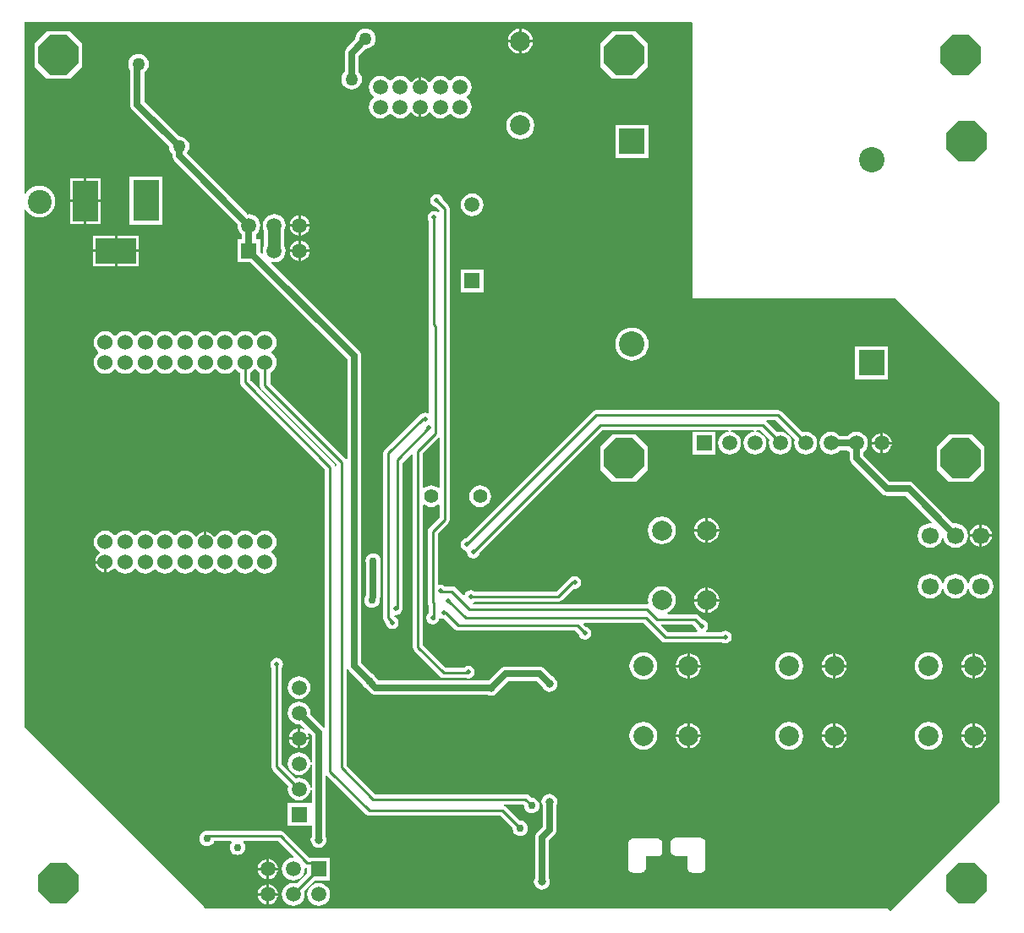
<source format=gbl>
G04*
G04 #@! TF.GenerationSoftware,Altium Limited,Altium Designer,19.0.15 (446)*
G04*
G04 Layer_Physical_Order=2*
G04 Layer_Color=16711680*
%FSTAX24Y24*%
%MOIN*%
G70*
G01*
G75*
%ADD12C,0.0100*%
%ADD62C,0.0500*%
%ADD64C,0.0250*%
%ADD66R,0.1000X0.1600*%
%ADD67R,0.1600X0.1000*%
%ADD68C,0.0600*%
%ADD69C,0.0591*%
%ADD70R,0.0591X0.0591*%
%ADD71C,0.0787*%
%ADD72C,0.1000*%
%ADD73R,0.1000X0.1000*%
%ADD74R,0.0591X0.0591*%
%ADD75P,0.1705X8X22.5*%
%ADD76C,0.0669*%
%ADD77C,0.0551*%
%ADD78C,0.0200*%
%ADD79C,0.0945*%
%ADD80C,0.0500*%
%ADD81C,0.0300*%
%ADD82C,0.0320*%
G36*
X03655Y0492D02*
Y03835D01*
X04455D01*
X04865Y03425D01*
Y0185D01*
X04435Y0142D01*
X04425Y0143D01*
X01735D01*
X0102Y02145D01*
Y041847D01*
X01025Y04186D01*
X01027Y041823D01*
X010348Y041728D01*
X010443Y04165D01*
X010551Y041592D01*
X010668Y041557D01*
X01079Y041545D01*
X010912Y041557D01*
X011029Y041592D01*
X011137Y04165D01*
X011232Y041728D01*
X01131Y041823D01*
X011368Y041931D01*
X011403Y042048D01*
X011415Y04217D01*
X011403Y042292D01*
X011368Y042409D01*
X01131Y042517D01*
X011232Y042612D01*
X011137Y04269D01*
X011029Y042748D01*
X010912Y042783D01*
X01079Y042795D01*
X010668Y042783D01*
X010551Y042748D01*
X010443Y04269D01*
X010348Y042612D01*
X01027Y042517D01*
X01025Y04248D01*
X0102Y042493D01*
Y04925D01*
X0365D01*
X03655Y0492D01*
D02*
G37*
%LPC*%
G36*
X0298Y048992D02*
Y048551D01*
X030241D01*
X030231Y04863D01*
X030181Y04875D01*
X030102Y048853D01*
X029999Y048932D01*
X029879Y048982D01*
X0298Y048992D01*
D02*
G37*
G36*
X0297D02*
X029621Y048982D01*
X029501Y048932D01*
X029398Y048853D01*
X029319Y04875D01*
X029269Y04863D01*
X029259Y048551D01*
X0297D01*
Y048992D01*
D02*
G37*
G36*
X030241Y048451D02*
X0298D01*
Y048009D01*
X029879Y04802D01*
X029999Y04807D01*
X030102Y048149D01*
X030181Y048252D01*
X030231Y048372D01*
X030241Y048451D01*
D02*
G37*
G36*
X0297D02*
X029259D01*
X029269Y048372D01*
X029319Y048252D01*
X029398Y048149D01*
X029501Y04807D01*
X029621Y04802D01*
X0297Y048009D01*
Y048451D01*
D02*
G37*
G36*
X034319Y048887D02*
X033381D01*
X032913Y048419D01*
Y047481D01*
X033381Y047013D01*
X034319D01*
X034787Y047481D01*
Y048419D01*
X034319Y048887D01*
D02*
G37*
G36*
X012019D02*
X011081D01*
X010613Y048419D01*
Y047481D01*
X011081Y047013D01*
X012019D01*
X012487Y047481D01*
Y048419D01*
X012019Y048887D01*
D02*
G37*
G36*
X027379Y047135D02*
X027263Y04712D01*
X027155Y047075D01*
X027062Y047004D01*
X027017Y046946D01*
X026954D01*
X026909Y047004D01*
X026816Y047075D01*
X026708Y04712D01*
X026592Y047135D01*
X026476Y04712D01*
X026367Y047075D01*
X026274Y047004D01*
X026203Y046911D01*
X026195Y046893D01*
X026142Y046895D01*
X026086Y046968D01*
X026004Y047031D01*
X025908Y047071D01*
X025854Y047078D01*
Y046686D01*
X025754D01*
Y047078D01*
X025701Y047071D01*
X025605Y047031D01*
X025522Y046968D01*
X025466Y046895D01*
X025413Y046893D01*
X025406Y046911D01*
X025335Y047004D01*
X025242Y047075D01*
X025133Y04712D01*
X025017Y047135D01*
X024901Y04712D01*
X024792Y047075D01*
X024699Y047004D01*
X024655Y046946D01*
X024592Y046946D01*
X024547Y047004D01*
X024454Y047075D01*
X024346Y04712D01*
X02423Y047135D01*
X024113Y04712D01*
X024005Y047075D01*
X023912Y047004D01*
X023841Y046911D01*
X023796Y046802D01*
X02378Y046686D01*
X023796Y04657D01*
X023841Y046462D01*
X023912Y046369D01*
X02397Y046324D01*
Y046261D01*
X023912Y046216D01*
X023841Y046123D01*
X023796Y046015D01*
X02378Y045899D01*
X023796Y045783D01*
X023841Y045674D01*
X023912Y045581D01*
X024005Y04551D01*
X024113Y045465D01*
X02423Y04545D01*
X024346Y045465D01*
X024454Y04551D01*
X024547Y045581D01*
X024592Y045639D01*
X024655D01*
X024699Y045581D01*
X024792Y04551D01*
X024901Y045465D01*
X025017Y04545D01*
X025133Y045465D01*
X025241Y04551D01*
X025335Y045581D01*
X025406Y045674D01*
X025413Y045692D01*
X025466Y04569D01*
X025522Y045617D01*
X025605Y045554D01*
X025701Y045514D01*
X025754Y045507D01*
Y045899D01*
X025854D01*
Y045507D01*
X025908Y045514D01*
X026004Y045554D01*
X026086Y045617D01*
X026142Y04569D01*
X026195Y045692D01*
X026203Y045674D01*
X026274Y045581D01*
X026367Y04551D01*
X026476Y045465D01*
X026592Y04545D01*
X026708Y045465D01*
X026816Y04551D01*
X026909Y045581D01*
X026954Y045639D01*
X027017D01*
X027062Y045581D01*
X027155Y04551D01*
X027263Y045465D01*
X027379Y04545D01*
X027495Y045465D01*
X027604Y04551D01*
X027697Y045581D01*
X027768Y045674D01*
X027813Y045783D01*
X027828Y045899D01*
X027813Y046015D01*
X027768Y046123D01*
X027697Y046216D01*
X027639Y046261D01*
X027639Y046324D01*
X027697Y046369D01*
X027768Y046462D01*
X027813Y04657D01*
X027828Y046686D01*
X027813Y046802D01*
X027768Y046911D01*
X027697Y047004D01*
X027604Y047075D01*
X027495Y04712D01*
X027379Y047135D01*
D02*
G37*
G36*
X02365Y049003D02*
X023546Y04899D01*
X023448Y048949D01*
X023365Y048885D01*
X023301Y048802D01*
X02326Y048704D01*
X023247Y0486D01*
X02325Y048575D01*
X022904Y048228D01*
X02286Y048171D01*
X022832Y048104D01*
X022823Y048032D01*
Y047291D01*
X022815Y047285D01*
X022751Y047202D01*
X02271Y047104D01*
X022697Y047D01*
X02271Y046896D01*
X022751Y046798D01*
X022815Y046715D01*
X022898Y046651D01*
X022996Y04661D01*
X0231Y046597D01*
X023204Y04661D01*
X023302Y046651D01*
X023385Y046715D01*
X023449Y046798D01*
X02349Y046896D01*
X023503Y047D01*
X02349Y047104D01*
X023449Y047202D01*
X023385Y047285D01*
X023377Y047291D01*
Y047917D01*
X023657Y048198D01*
X023754Y04821D01*
X023852Y048251D01*
X023935Y048315D01*
X023999Y048398D01*
X02404Y048496D01*
X024053Y0486D01*
X02404Y048704D01*
X023999Y048802D01*
X023935Y048885D01*
X023852Y048949D01*
X023754Y04899D01*
X02365Y049003D01*
D02*
G37*
G36*
X02975Y045722D02*
X029608Y045704D01*
X029476Y045649D01*
X029362Y045562D01*
X029275Y045448D01*
X02922Y045316D01*
X029202Y045174D01*
X02922Y045032D01*
X029275Y0449D01*
X029362Y044786D01*
X029476Y044699D01*
X029608Y044644D01*
X02975Y044626D01*
X029892Y044644D01*
X030024Y044699D01*
X030138Y044786D01*
X030225Y0449D01*
X03028Y045032D01*
X030298Y045174D01*
X03028Y045316D01*
X030225Y045448D01*
X030138Y045562D01*
X030024Y045649D01*
X029892Y045704D01*
X02975Y045722D01*
D02*
G37*
G36*
X0348Y0452D02*
X0335D01*
Y0439D01*
X0348D01*
Y0452D01*
D02*
G37*
G36*
X0132Y0431D02*
X01265D01*
Y04225D01*
X0132D01*
Y0431D01*
D02*
G37*
G36*
X01255D02*
X012D01*
Y04225D01*
X01255D01*
Y0431D01*
D02*
G37*
G36*
X02645Y042465D02*
X026352Y042446D01*
X02627Y04239D01*
X026214Y042308D01*
X026195Y04221D01*
X026214Y042112D01*
X02627Y04203D01*
X026352Y041975D01*
X026408Y041963D01*
X026558Y041813D01*
X026554Y041764D01*
X026511Y041743D01*
X026448Y041785D01*
X02635Y041805D01*
X026252Y041785D01*
X02617Y04173D01*
X026114Y041648D01*
X026095Y04155D01*
X026114Y041452D01*
X026146Y041405D01*
Y033862D01*
X026105Y033834D01*
X026096Y033836D01*
X026Y033855D01*
X025902Y033835D01*
X025836Y033791D01*
X025822Y033788D01*
X025756Y033744D01*
X024406Y032394D01*
X024362Y032328D01*
X024346Y03225D01*
Y02575D01*
X024362Y025672D01*
X024406Y025606D01*
X024446Y025566D01*
X024446Y025565D01*
X024465Y025468D01*
X02452Y025385D01*
X024603Y02533D01*
X0247Y02531D01*
X024798Y02533D01*
X024881Y025385D01*
X024936Y025468D01*
X024936Y025468D01*
X024938Y025472D01*
X024954Y02555D01*
X024953Y025554D01*
X024955Y025565D01*
X024936Y025663D01*
X024881Y025746D01*
X024798Y025801D01*
X024783Y025823D01*
X024784Y025826D01*
X024836Y025863D01*
X02485Y02586D01*
X024948Y02588D01*
X025031Y025935D01*
X025086Y026018D01*
X025086Y026018D01*
X025088Y026022D01*
X025104Y0261D01*
Y026108D01*
X025105Y026115D01*
X025104Y026122D01*
Y031866D01*
X025464Y032225D01*
X02551Y032206D01*
Y024601D01*
X025525Y024523D01*
X02557Y024457D01*
X026579Y023447D01*
X026646Y023403D01*
X026724Y023387D01*
X026806D01*
X02685Y023396D01*
X027579D01*
X027603Y02338D01*
X0277Y02336D01*
X027798Y02338D01*
X027881Y023435D01*
X027936Y023518D01*
X027955Y023615D01*
X027936Y023713D01*
X027881Y023796D01*
X027798Y023851D01*
X0277Y02387D01*
X027603Y023851D01*
X027533Y023804D01*
X026815D01*
X026815Y023804D01*
X026802Y023801D01*
X025918Y024686D01*
Y030197D01*
X025968Y030222D01*
X026025Y030178D01*
X026128Y030135D01*
X026239Y030121D01*
X02635Y030135D01*
X026454Y030178D01*
X026511Y030222D01*
X026561Y030197D01*
Y029717D01*
X026156Y029312D01*
X026112Y029245D01*
X026096Y029167D01*
Y026377D01*
X026112Y026299D01*
X026146Y026247D01*
Y025944D01*
X02612Y025927D01*
X026065Y025844D01*
X026045Y025747D01*
X026065Y025649D01*
X02612Y025566D01*
X026203Y025511D01*
X0263Y025492D01*
X026398Y025511D01*
X026481Y025566D01*
X026536Y025649D01*
X026536Y02565D01*
X026538Y025653D01*
X026554Y025731D01*
Y025736D01*
X026565Y025746D01*
X02658Y025755D01*
X026598Y025762D01*
X026604Y025763D01*
X026653Y02573D01*
X02675Y02571D01*
X026751Y025711D01*
X027156Y025306D01*
X027222Y025262D01*
X0273Y025246D01*
X031916D01*
X032053Y025108D01*
X032064Y025052D01*
X03212Y02497D01*
X032202Y024915D01*
X0323Y024895D01*
X032398Y024915D01*
X03248Y02497D01*
X032536Y025052D01*
X032555Y02515D01*
X032536Y025248D01*
X03248Y02533D01*
X032398Y025385D01*
X032342Y025397D01*
X032239Y0255D01*
X032258Y025546D01*
X034616D01*
X035312Y02485D01*
X035378Y024805D01*
X035456Y02479D01*
X037691D01*
X037724Y024768D01*
X037822Y024748D01*
X037919Y024768D01*
X038002Y024823D01*
X038057Y024906D01*
X038077Y025003D01*
X038057Y025101D01*
X038002Y025183D01*
X037919Y025239D01*
X037822Y025258D01*
X037724Y025239D01*
X037663Y025198D01*
X037088D01*
X037074Y025245D01*
X03708Y02525D01*
X037136Y025332D01*
X037155Y02543D01*
X037136Y025528D01*
X03708Y02561D01*
X036998Y025666D01*
X036943Y025676D01*
X036775Y025844D01*
X036709Y025888D01*
X036631Y025904D01*
X035561D01*
X035551Y025954D01*
X035603Y025975D01*
X035716Y026062D01*
X035803Y026176D01*
X035858Y026308D01*
X035877Y02645D01*
X035858Y026592D01*
X035803Y026724D01*
X035716Y026838D01*
X035603Y026925D01*
X03547Y02698D01*
X035328Y026998D01*
X035186Y02698D01*
X035054Y026925D01*
X034941Y026838D01*
X034853Y026724D01*
X034799Y026592D01*
X03478Y02645D01*
X034794Y026346D01*
X03475Y026304D01*
X02788D01*
X027877Y026309D01*
X027898Y026365D01*
X027945Y026396D01*
X03125D01*
X031328Y026412D01*
X031394Y026456D01*
X031845Y026906D01*
X0319Y026895D01*
X031998Y026915D01*
X03208Y02697D01*
X032136Y027052D01*
X032155Y02715D01*
X032136Y027248D01*
X03208Y02733D01*
X031998Y027385D01*
X0319Y027405D01*
X031802Y027385D01*
X031736Y027341D01*
X031722Y027338D01*
X031656Y027294D01*
X031656Y027294D01*
X031166Y026804D01*
X027945D01*
X027898Y026835D01*
X0278Y026855D01*
X027702Y026835D01*
X02762Y02678D01*
X027564Y026698D01*
X027556Y026653D01*
X027501Y026637D01*
X027194Y026944D01*
X027128Y026988D01*
X02705Y027004D01*
X026768D01*
X026698Y027051D01*
X0266Y02707D01*
X026543Y027059D01*
X026504Y02709D01*
Y029083D01*
X026909Y029488D01*
X026953Y029554D01*
X026969Y029632D01*
Y041895D01*
X026953Y041973D01*
X026909Y042039D01*
X026697Y042252D01*
X026686Y042308D01*
X02663Y04239D01*
X026548Y042446D01*
X02645Y042465D01*
D02*
G37*
G36*
X02785Y042499D02*
X027734Y042484D01*
X027625Y042439D01*
X027532Y042368D01*
X027461Y042275D01*
X027416Y042166D01*
X027401Y04205D01*
X027416Y041934D01*
X027461Y041825D01*
X027532Y041732D01*
X027625Y041661D01*
X027734Y041616D01*
X02785Y041601D01*
X027966Y041616D01*
X028075Y041661D01*
X028168Y041732D01*
X028239Y041825D01*
X028284Y041934D01*
X028299Y04205D01*
X028284Y042166D01*
X028239Y042275D01*
X028168Y042368D01*
X028075Y042439D01*
X027966Y042484D01*
X02785Y042499D01*
D02*
G37*
G36*
X0132Y04215D02*
X01265D01*
Y0413D01*
X0132D01*
Y04215D01*
D02*
G37*
G36*
X01255D02*
X012D01*
Y0413D01*
X01255D01*
Y04215D01*
D02*
G37*
G36*
X0211Y041621D02*
Y041279D01*
X021442D01*
X021435Y041333D01*
X021395Y041429D01*
X021332Y041511D01*
X021249Y041575D01*
X021153Y041614D01*
X0211Y041621D01*
D02*
G37*
G36*
X021D02*
X020947Y041614D01*
X020851Y041575D01*
X020768Y041511D01*
X020705Y041429D01*
X020665Y041333D01*
X020658Y041279D01*
X021D01*
Y041621D01*
D02*
G37*
G36*
X01565Y04316D02*
X01435D01*
Y04126D01*
X01565D01*
Y04316D01*
D02*
G37*
G36*
X021442Y041179D02*
X0211D01*
Y040837D01*
X021153Y040844D01*
X021249Y040884D01*
X021332Y040947D01*
X021395Y04103D01*
X021435Y041126D01*
X021442Y041179D01*
D02*
G37*
G36*
X021D02*
X020658D01*
X020665Y041126D01*
X020705Y04103D01*
X020768Y040947D01*
X020851Y040884D01*
X020947Y040844D01*
X021Y040837D01*
Y041179D01*
D02*
G37*
G36*
X01471Y04083D02*
X01386D01*
Y04028D01*
X01471D01*
Y04083D01*
D02*
G37*
G36*
X01376D02*
X01291D01*
Y04028D01*
X01376D01*
Y04083D01*
D02*
G37*
G36*
X0211Y040621D02*
Y040279D01*
X021442D01*
X021435Y040333D01*
X021395Y040429D01*
X021332Y040511D01*
X021249Y040575D01*
X021153Y040614D01*
X0211Y040621D01*
D02*
G37*
G36*
X021D02*
X020947Y040614D01*
X020851Y040575D01*
X020768Y040511D01*
X020705Y040429D01*
X020665Y040333D01*
X020658Y040279D01*
X021D01*
Y040621D01*
D02*
G37*
G36*
X021442Y040179D02*
X0211D01*
Y039837D01*
X021153Y039844D01*
X021249Y039884D01*
X021332Y039947D01*
X021395Y04003D01*
X021435Y040126D01*
X021442Y040179D01*
D02*
G37*
G36*
X021D02*
X020658D01*
X020665Y040126D01*
X020705Y04003D01*
X020768Y039947D01*
X020851Y039884D01*
X020947Y039844D01*
X021Y039837D01*
Y040179D01*
D02*
G37*
G36*
X0147Y048003D02*
X014596Y04799D01*
X014498Y047949D01*
X014415Y047885D01*
X014351Y047802D01*
X01431Y047704D01*
X014297Y0476D01*
X01431Y047496D01*
X014351Y047398D01*
X014373Y04737D01*
Y046D01*
X014382Y045928D01*
X01441Y045861D01*
X014454Y045803D01*
X015897Y04436D01*
X015896Y04435D01*
X01591Y044246D01*
X01595Y044148D01*
X016014Y044065D01*
X016022Y044059D01*
Y04398D01*
X016032Y043908D01*
X016059Y043841D01*
X016103Y043784D01*
X018607Y04128D01*
X018601Y041229D01*
X018616Y041113D01*
X018661Y041005D01*
X018732Y040912D01*
X018773Y040881D01*
Y040675D01*
X018605D01*
Y039784D01*
X019103D01*
X022923Y035964D01*
Y032017D01*
X022873Y032002D01*
X022844Y032044D01*
X019889Y035D01*
Y035428D01*
X019912Y035437D01*
X020006Y035509D01*
X020078Y035603D01*
X020123Y035713D01*
X020139Y03583D01*
X020123Y035948D01*
X020078Y036057D01*
X020006Y036151D01*
X019952Y036193D01*
Y036256D01*
X020006Y036297D01*
X020078Y036391D01*
X020123Y0365D01*
X020139Y036618D01*
X020123Y036735D01*
X020078Y036845D01*
X020006Y036939D01*
X019912Y037011D01*
X019802Y037056D01*
X019685Y037072D01*
X019567Y037056D01*
X019458Y037011D01*
X019364Y036939D01*
X019323Y036885D01*
X01926D01*
X019218Y036939D01*
X019124Y037011D01*
X019015Y037056D01*
X018897Y037072D01*
X01878Y037056D01*
X01867Y037011D01*
X018576Y036939D01*
X018535Y036885D01*
X018472D01*
X018431Y036939D01*
X018337Y037011D01*
X018227Y037056D01*
X01811Y037072D01*
X017993Y037056D01*
X017883Y037011D01*
X017789Y036939D01*
X017748Y036885D01*
X017685D01*
X017644Y036939D01*
X01755Y037011D01*
X01744Y037056D01*
X017323Y037072D01*
X017205Y037056D01*
X017096Y037011D01*
X017002Y036939D01*
X01696Y036885D01*
X016897D01*
X016856Y036939D01*
X016762Y037011D01*
X016653Y037056D01*
X016535Y037072D01*
X016418Y037056D01*
X016308Y037011D01*
X016214Y036939D01*
X016173Y036885D01*
X01611D01*
X016069Y036939D01*
X015975Y037011D01*
X015865Y037056D01*
X015748Y037072D01*
X01563Y037056D01*
X015521Y037011D01*
X015427Y036939D01*
X015386Y036885D01*
X015323D01*
X015281Y036939D01*
X015187Y037011D01*
X015078Y037056D01*
X01496Y037072D01*
X014843Y037056D01*
X014733Y037011D01*
X014639Y036939D01*
X014598Y036885D01*
X014535D01*
X014494Y036939D01*
X0144Y037011D01*
X01429Y037056D01*
X014173Y037072D01*
X014056Y037056D01*
X013946Y037011D01*
X013852Y036939D01*
X013811Y036885D01*
X013748D01*
X013707Y036939D01*
X013613Y037011D01*
X013503Y037056D01*
X013386Y037072D01*
X013268Y037056D01*
X013159Y037011D01*
X013065Y036939D01*
X012993Y036845D01*
X012947Y036735D01*
X012932Y036618D01*
X012947Y0365D01*
X012993Y036391D01*
X013065Y036297D01*
X013118Y036256D01*
Y036193D01*
X013065Y036151D01*
X012993Y036057D01*
X012947Y035948D01*
X012932Y03583D01*
X012947Y035713D01*
X012993Y035603D01*
X013065Y035509D01*
X013159Y035437D01*
X013268Y035392D01*
X013386Y035376D01*
X013503Y035392D01*
X013613Y035437D01*
X013707Y035509D01*
X013748Y035563D01*
X013811D01*
X013852Y035509D01*
X013946Y035437D01*
X014056Y035392D01*
X014173Y035376D01*
X01429Y035392D01*
X0144Y035437D01*
X014494Y035509D01*
X014535Y035563D01*
X014598D01*
X014639Y035509D01*
X014733Y035437D01*
X014843Y035392D01*
X01496Y035376D01*
X015078Y035392D01*
X015187Y035437D01*
X015281Y035509D01*
X015323Y035563D01*
X015386D01*
X015427Y035509D01*
X015521Y035437D01*
X01563Y035392D01*
X015748Y035376D01*
X015865Y035392D01*
X015975Y035437D01*
X016069Y035509D01*
X01611Y035563D01*
X016173D01*
X016214Y035509D01*
X016308Y035437D01*
X016418Y035392D01*
X016535Y035376D01*
X016653Y035392D01*
X016762Y035437D01*
X016856Y035509D01*
X016897Y035563D01*
X01696D01*
X017002Y035509D01*
X017096Y035437D01*
X017205Y035392D01*
X017323Y035376D01*
X01744Y035392D01*
X01755Y035437D01*
X017644Y035509D01*
X017685Y035563D01*
X017748D01*
X017789Y035509D01*
X017883Y035437D01*
X017993Y035392D01*
X01811Y035376D01*
X018227Y035392D01*
X018337Y035437D01*
X018431Y035509D01*
X018472Y035563D01*
X018535D01*
X018576Y035509D01*
X01867Y035437D01*
X018693Y035428D01*
Y035053D01*
X018709Y034975D01*
X018753Y034908D01*
X022046Y031616D01*
Y021443D01*
X021996Y021426D01*
X021996Y021426D01*
X021472Y02195D01*
X021479Y022D01*
X021464Y022116D01*
X021419Y022225D01*
X021348Y022318D01*
X021255Y022389D01*
X021146Y022434D01*
X02103Y022449D01*
X020914Y022434D01*
X020805Y022389D01*
X020712Y022318D01*
X020641Y022225D01*
X020596Y022116D01*
X020581Y022D01*
X020596Y021884D01*
X020641Y021775D01*
X020712Y021682D01*
X020805Y021611D01*
X020914Y021566D01*
X02103Y021551D01*
X02108Y021558D01*
X021245Y021393D01*
X021216Y021351D01*
X021133Y021385D01*
X02108Y021392D01*
Y02105D01*
X021422D01*
X021415Y021103D01*
X021381Y021186D01*
X021423Y021215D01*
X021523Y021115D01*
Y020053D01*
X021473Y020049D01*
X021464Y020116D01*
X021419Y020225D01*
X021348Y020318D01*
X021255Y020389D01*
X021146Y020434D01*
X02103Y020449D01*
X020914Y020434D01*
X020805Y020389D01*
X020712Y020318D01*
X020641Y020225D01*
X020596Y020116D01*
X020581Y02D01*
X020596Y019884D01*
X020641Y019775D01*
X020712Y019682D01*
X020805Y019611D01*
X020914Y019566D01*
X02103Y019551D01*
X021146Y019566D01*
X021255Y019611D01*
X021348Y019682D01*
X021419Y019775D01*
X021464Y019884D01*
X021473Y019951D01*
X021523Y019947D01*
Y019053D01*
X021473Y019049D01*
X021464Y019116D01*
X021419Y019225D01*
X021348Y019318D01*
X021255Y019389D01*
X021146Y019434D01*
X02103Y019449D01*
X020914Y019434D01*
X020893Y019425D01*
X020354Y019964D01*
Y023775D01*
X020385Y023822D01*
X020405Y02392D01*
X020385Y024018D01*
X02033Y0241D01*
X020248Y024155D01*
X02015Y024175D01*
X020052Y024155D01*
X01997Y0241D01*
X019914Y024018D01*
X019895Y02392D01*
X019914Y023822D01*
X019946Y023775D01*
Y01988D01*
X019962Y019802D01*
X020006Y019736D01*
X020605Y019137D01*
X020596Y019116D01*
X020581Y019D01*
X020596Y018884D01*
X020641Y018775D01*
X020712Y018682D01*
X020805Y018611D01*
X020914Y018566D01*
X02103Y018551D01*
X021146Y018566D01*
X021255Y018611D01*
X021348Y018682D01*
X021419Y018775D01*
X021464Y018884D01*
X021473Y018951D01*
X021523Y018947D01*
Y018452D01*
X021475Y018445D01*
X021473Y018445D01*
X020585D01*
Y017555D01*
X021473D01*
X021475Y017555D01*
X021523Y017548D01*
Y01714D01*
X021498Y017081D01*
X021487Y017D01*
X021498Y016919D01*
X021529Y016844D01*
X021579Y016779D01*
X021644Y016729D01*
X021719Y016698D01*
X0218Y016687D01*
X021881Y016698D01*
X021956Y016729D01*
X022021Y016779D01*
X022071Y016844D01*
X022102Y016919D01*
X022113Y017D01*
X022102Y017081D01*
X022077Y01714D01*
Y019514D01*
X022127Y019534D01*
X023656Y018006D01*
X023722Y017962D01*
X0238Y017946D01*
X028966D01*
X029449Y017463D01*
X029447Y01745D01*
X029458Y017372D01*
X029488Y017299D01*
X029536Y017236D01*
X029599Y017188D01*
X029672Y017158D01*
X02975Y017147D01*
X029828Y017158D01*
X029901Y017188D01*
X029964Y017236D01*
X030012Y017299D01*
X030042Y017372D01*
X030053Y01745D01*
X030042Y017528D01*
X030012Y017601D01*
X029964Y017664D01*
X029901Y017712D01*
X029828Y017742D01*
X02975Y017753D01*
X029737Y017751D01*
X029194Y018294D01*
X029128Y018338D01*
X029089Y018346D01*
X029094Y018396D01*
X029865D01*
X029899Y01836D01*
X029897Y01835D01*
X029908Y018272D01*
X029938Y018199D01*
X029986Y018136D01*
X030049Y018088D01*
X030122Y018058D01*
X0302Y018047D01*
X030278Y018058D01*
X030351Y018088D01*
X030414Y018136D01*
X030462Y018199D01*
X030492Y018272D01*
X030503Y01835D01*
X030492Y018428D01*
X030462Y018501D01*
X030414Y018564D01*
X030351Y018612D01*
X030278Y018642D01*
X0302Y018653D01*
X030187Y018651D01*
X030094Y018744D01*
X030028Y018788D01*
X02995Y018804D01*
X024034D01*
X022904Y019934D01*
Y023716D01*
X022954Y023725D01*
X02296Y023711D01*
X023004Y023654D01*
X023505Y023153D01*
X023529Y023094D01*
X023579Y023029D01*
X023644Y022979D01*
X023703Y022955D01*
X023854Y022804D01*
X023911Y02276D01*
X023978Y022732D01*
X02405Y022723D01*
X02846D01*
X028519Y022698D01*
X0286Y022687D01*
X028681Y022698D01*
X028756Y022729D01*
X028821Y022779D01*
X028871Y022844D01*
X028882Y022871D01*
X029284Y023273D01*
X030385D01*
X030605Y023053D01*
X030629Y022994D01*
X030679Y022929D01*
X030744Y022879D01*
X030819Y022848D01*
X0309Y022837D01*
X030981Y022848D01*
X031056Y022879D01*
X031121Y022929D01*
X031171Y022994D01*
X031202Y023069D01*
X031213Y02315D01*
X031202Y023231D01*
X031171Y023306D01*
X031121Y023371D01*
X031056Y023421D01*
X030997Y023445D01*
X030696Y023746D01*
X030639Y02379D01*
X030572Y023818D01*
X0305Y023827D01*
X029169D01*
X029097Y023818D01*
X02903Y02379D01*
X028973Y023746D01*
X02853Y023303D01*
X028519Y023302D01*
X02846Y023277D01*
X024165D01*
X024095Y023347D01*
X024071Y023406D01*
X024021Y023471D01*
X023956Y023521D01*
X023897Y023545D01*
X023477Y023965D01*
Y036079D01*
X023468Y036151D01*
X02344Y036218D01*
X023396Y036275D01*
X019923Y039748D01*
X019949Y039794D01*
X02005Y03978D01*
X020166Y039796D01*
X020275Y03984D01*
X020368Y039912D01*
X020439Y040005D01*
X020484Y040113D01*
X020499Y040229D01*
X020484Y040346D01*
X020453Y040419D01*
Y04104D01*
X020484Y041113D01*
X020499Y041229D01*
X020484Y041346D01*
X020439Y041454D01*
X020368Y041547D01*
X020275Y041618D01*
X020166Y041663D01*
X02005Y041678D01*
X019934Y041663D01*
X019825Y041618D01*
X019732Y041547D01*
X019661Y041454D01*
X019616Y041346D01*
X019601Y041229D01*
X019616Y041113D01*
X019647Y04104D01*
Y040419D01*
X019616Y040346D01*
X019601Y040229D01*
X019614Y040128D01*
X019569Y040103D01*
X019495Y040176D01*
Y040675D01*
X019327D01*
Y040881D01*
X019368Y040912D01*
X019439Y041005D01*
X019484Y041113D01*
X019499Y041229D01*
X019484Y041346D01*
X019439Y041454D01*
X019368Y041547D01*
X019275Y041618D01*
X019166Y041663D01*
X01905Y041678D01*
X019Y041672D01*
X016594Y044077D01*
X016649Y044148D01*
X016689Y044246D01*
X016703Y04435D01*
X016689Y044454D01*
X016649Y044552D01*
X016585Y044635D01*
X016501Y044699D01*
X016404Y04474D01*
X0163Y044753D01*
X01629Y044752D01*
X014927Y046115D01*
Y04727D01*
X014985Y047315D01*
X015049Y047398D01*
X01509Y047496D01*
X015103Y0476D01*
X01509Y047704D01*
X015049Y047802D01*
X014985Y047885D01*
X014902Y047949D01*
X014804Y04799D01*
X0147Y048003D01*
D02*
G37*
G36*
X01471Y04018D02*
X01386D01*
Y03963D01*
X01471D01*
Y04018D01*
D02*
G37*
G36*
X01376D02*
X01291D01*
Y03963D01*
X01376D01*
Y04018D01*
D02*
G37*
G36*
X0283Y039495D02*
X02741D01*
Y038605D01*
X0283D01*
Y039495D01*
D02*
G37*
G36*
X03415Y037203D02*
X034023Y037191D01*
X0339Y037153D01*
X033787Y037093D01*
X033688Y037012D01*
X033607Y036913D01*
X033547Y0368D01*
X033509Y036677D01*
X033497Y03655D01*
X033509Y036423D01*
X033547Y0363D01*
X033607Y036187D01*
X033688Y036088D01*
X033787Y036007D01*
X0339Y035947D01*
X034023Y035909D01*
X03415Y035897D01*
X034277Y035909D01*
X0344Y035947D01*
X034513Y036007D01*
X034612Y036088D01*
X034693Y036187D01*
X034753Y0363D01*
X034791Y036423D01*
X034803Y03655D01*
X034791Y036677D01*
X034753Y0368D01*
X034693Y036913D01*
X034612Y037012D01*
X034513Y037093D01*
X0344Y037153D01*
X034277Y037191D01*
X03415Y037203D01*
D02*
G37*
G36*
X04425Y036462D02*
X04295D01*
Y035162D01*
X04425D01*
Y036462D01*
D02*
G37*
G36*
X043Y033099D02*
X042884Y033084D01*
X042775Y033039D01*
X042682Y032968D01*
X042652Y032927D01*
X042348D01*
X042318Y032968D01*
X042225Y033039D01*
X042116Y033084D01*
X042Y033099D01*
X041884Y033084D01*
X041775Y033039D01*
X041682Y032968D01*
X041611Y032875D01*
X041566Y032766D01*
X041551Y03265D01*
X041566Y032534D01*
X041611Y032425D01*
X041682Y032332D01*
X041775Y032261D01*
X041884Y032216D01*
X042Y032201D01*
X042116Y032216D01*
X042225Y032261D01*
X042318Y032332D01*
X042348Y032373D01*
X042652D01*
X042682Y032332D01*
X042723Y032302D01*
Y03205D01*
X042732Y031978D01*
X04276Y031911D01*
X042804Y031854D01*
X04401Y030648D01*
X044067Y030604D01*
X044134Y030576D01*
X044206Y030567D01*
X044941D01*
X045979Y029529D01*
X045956Y029482D01*
X0459Y029489D01*
X045773Y029472D01*
X045656Y029423D01*
X045554Y029346D01*
X045477Y029244D01*
X045428Y029127D01*
X045411Y029D01*
X045428Y028873D01*
X045477Y028756D01*
X045554Y028654D01*
X045656Y028577D01*
X045773Y028528D01*
X0459Y028511D01*
X046027Y028528D01*
X046144Y028577D01*
X046246Y028654D01*
X046323Y028756D01*
X046372Y028873D01*
X046375Y028893D01*
X046425D01*
X046428Y028873D01*
X046477Y028756D01*
X046554Y028654D01*
X046656Y028577D01*
X046773Y028528D01*
X0469Y028511D01*
X047027Y028528D01*
X047144Y028577D01*
X047246Y028654D01*
X047323Y028756D01*
X047372Y028873D01*
X047389Y029D01*
X047372Y029127D01*
X047323Y029244D01*
X047246Y029346D01*
X047144Y029423D01*
X047027Y029472D01*
X0469Y029489D01*
X046815Y029478D01*
X045252Y03104D01*
X045195Y031084D01*
X045128Y031112D01*
X045056Y031121D01*
X044321D01*
X043277Y032165D01*
Y032302D01*
X043318Y032332D01*
X043389Y032425D01*
X043434Y032534D01*
X043449Y03265D01*
X043434Y032766D01*
X043389Y032875D01*
X043318Y032968D01*
X043225Y033039D01*
X043116Y033084D01*
X043Y033099D01*
D02*
G37*
G36*
X04405Y033042D02*
Y0327D01*
X044392D01*
X044385Y032753D01*
X044345Y032849D01*
X044282Y032932D01*
X044199Y032995D01*
X044103Y033035D01*
X04405Y033042D01*
D02*
G37*
G36*
X04395D02*
X043897Y033035D01*
X043801Y032995D01*
X043718Y032932D01*
X043655Y032849D01*
X043615Y032753D01*
X043608Y0327D01*
X04395D01*
Y033042D01*
D02*
G37*
G36*
X044392Y0326D02*
X04405D01*
Y032258D01*
X044103Y032265D01*
X044199Y032305D01*
X044282Y032368D01*
X044345Y032451D01*
X044385Y032547D01*
X044392Y0326D01*
D02*
G37*
G36*
X04395D02*
X043608D01*
X043615Y032547D01*
X043655Y032451D01*
X043718Y032368D01*
X043801Y032305D01*
X043897Y032265D01*
X04395Y032258D01*
Y0326D01*
D02*
G37*
G36*
X037445Y033095D02*
X036555D01*
Y032205D01*
X037445D01*
Y033095D01*
D02*
G37*
G36*
X0399Y033954D02*
X03275D01*
X032672Y033938D01*
X032606Y033894D01*
X027608Y028897D01*
X027552Y028886D01*
X02747Y02883D01*
X027415Y028748D01*
X027395Y02865D01*
X027415Y028552D01*
X02747Y02847D01*
X027552Y028414D01*
X027605Y028404D01*
X027645Y02835D01*
X027664Y028252D01*
X02772Y02817D01*
X027802Y028115D01*
X0279Y028095D01*
X027998Y028115D01*
X02808Y02817D01*
X028135Y028252D01*
X028147Y028308D01*
X032984Y033146D01*
X037933D01*
X037975Y033127D01*
Y033127D01*
D01*
X037977Y033096D01*
X037974Y033096D01*
X037884Y033084D01*
X037775Y033039D01*
X037682Y032968D01*
X037611Y032875D01*
X037566Y032766D01*
X037551Y03265D01*
X037566Y032534D01*
X037611Y032425D01*
X037682Y032332D01*
X037775Y032261D01*
X037884Y032216D01*
X038Y032201D01*
X038116Y032216D01*
X038225Y032261D01*
X038318Y032332D01*
X038389Y032425D01*
X038434Y032534D01*
X038449Y03265D01*
X038434Y032766D01*
X038389Y032875D01*
X038318Y032968D01*
X038225Y033039D01*
X038116Y033084D01*
X038026Y033096D01*
X038023Y033096D01*
X038025Y033127D01*
X038067Y033146D01*
X038933D01*
X038975Y033127D01*
Y033127D01*
D01*
X038977Y033096D01*
X038974Y033096D01*
X038884Y033084D01*
X038775Y033039D01*
X038682Y032968D01*
X038611Y032875D01*
X038566Y032766D01*
X038551Y03265D01*
X038566Y032534D01*
X038611Y032425D01*
X038682Y032332D01*
X038775Y032261D01*
X038884Y032216D01*
X039Y032201D01*
X039116Y032216D01*
X039225Y032261D01*
X039318Y032332D01*
X039389Y032425D01*
X039434Y032534D01*
X039449Y03265D01*
X039434Y032766D01*
X039389Y032875D01*
X039318Y032968D01*
X039225Y033039D01*
X039116Y033084D01*
X039026Y033096D01*
X039023Y033096D01*
X039025Y033127D01*
X039067Y033146D01*
X039216D01*
X039575Y032787D01*
X039566Y032766D01*
X039551Y03265D01*
X039566Y032534D01*
X039611Y032425D01*
X039682Y032332D01*
X039775Y032261D01*
X039884Y032216D01*
X04Y032201D01*
X040116Y032216D01*
X040225Y032261D01*
X040318Y032332D01*
X040389Y032425D01*
X040434Y032534D01*
X040449Y03265D01*
X040434Y032766D01*
X040389Y032875D01*
X040318Y032968D01*
X040225Y033039D01*
X040116Y033084D01*
X04Y033099D01*
X039884Y033084D01*
X039863Y033075D01*
X039444Y033494D01*
X039441Y033496D01*
X039457Y033546D01*
X039816D01*
X040575Y032787D01*
X040566Y032766D01*
X040551Y03265D01*
X040566Y032534D01*
X040611Y032425D01*
X040682Y032332D01*
X040775Y032261D01*
X040884Y032216D01*
X041Y032201D01*
X041116Y032216D01*
X041225Y032261D01*
X041318Y032332D01*
X041389Y032425D01*
X041434Y032534D01*
X041449Y03265D01*
X041434Y032766D01*
X041389Y032875D01*
X041318Y032968D01*
X041225Y033039D01*
X041116Y033084D01*
X041Y033099D01*
X040884Y033084D01*
X040863Y033075D01*
X040044Y033894D01*
X039978Y033938D01*
X0399Y033954D01*
D02*
G37*
G36*
X047569Y032987D02*
X046631D01*
X046163Y032519D01*
Y031581D01*
X046631Y031113D01*
X047569D01*
X048037Y031581D01*
Y032519D01*
X047569Y032987D01*
D02*
G37*
G36*
X034319D02*
X033381D01*
X032913Y032519D01*
Y031581D01*
X033381Y031113D01*
X034319D01*
X034787Y031581D01*
Y032519D01*
X034319Y032987D01*
D02*
G37*
G36*
X028161Y030979D02*
X02805Y030965D01*
X027946Y030922D01*
X027857Y030854D01*
X027789Y030765D01*
X027746Y030661D01*
X027731Y03055D01*
X027746Y030439D01*
X027789Y030335D01*
X027857Y030246D01*
X027946Y030178D01*
X02805Y030135D01*
X028161Y030121D01*
X028272Y030135D01*
X028375Y030178D01*
X028464Y030246D01*
X028532Y030335D01*
X028575Y030439D01*
X02859Y03055D01*
X028575Y030661D01*
X028532Y030765D01*
X028464Y030854D01*
X028375Y030922D01*
X028272Y030965D01*
X028161Y030979D01*
D02*
G37*
G36*
X03715Y029697D02*
Y029256D01*
X037591D01*
X037581Y029335D01*
X037531Y029455D01*
X037452Y029558D01*
X037349Y029637D01*
X037229Y029687D01*
X03715Y029697D01*
D02*
G37*
G36*
X03705D02*
X036971Y029687D01*
X036851Y029637D01*
X036748Y029558D01*
X036669Y029455D01*
X036619Y029335D01*
X036609Y029256D01*
X03705D01*
Y029697D01*
D02*
G37*
G36*
X04795Y029432D02*
Y02905D01*
X048332D01*
X048323Y029113D01*
X04828Y029219D01*
X04821Y02931D01*
X048119Y02938D01*
X048013Y029423D01*
X04795Y029432D01*
D02*
G37*
G36*
X04785D02*
X047787Y029423D01*
X047681Y02938D01*
X04759Y02931D01*
X04752Y029219D01*
X047477Y029113D01*
X047468Y02905D01*
X04785D01*
Y029432D01*
D02*
G37*
G36*
X019685Y029198D02*
X019567Y029182D01*
X019458Y029137D01*
X019364Y029065D01*
X019323Y029011D01*
X01926D01*
X019218Y029065D01*
X019124Y029137D01*
X019015Y029182D01*
X018897Y029198D01*
X01878Y029182D01*
X01867Y029137D01*
X018576Y029065D01*
X018535Y029011D01*
X018472D01*
X018431Y029065D01*
X018337Y029137D01*
X018227Y029182D01*
X01811Y029198D01*
X017993Y029182D01*
X017883Y029137D01*
X017789Y029065D01*
X017717Y028971D01*
X017715Y028965D01*
X017659Y028962D01*
X017608Y029029D01*
X017524Y029093D01*
X017427Y029133D01*
X017373Y029141D01*
Y028744D01*
X017273D01*
Y029141D01*
X017218Y029133D01*
X017121Y029093D01*
X017037Y029029D01*
X016986Y028962D01*
X016931Y028965D01*
X016928Y028971D01*
X016856Y029065D01*
X016762Y029137D01*
X016653Y029182D01*
X016535Y029198D01*
X016418Y029182D01*
X016308Y029137D01*
X016214Y029065D01*
X016173Y029011D01*
X01611D01*
X016069Y029065D01*
X015975Y029137D01*
X015865Y029182D01*
X015748Y029198D01*
X01563Y029182D01*
X015521Y029137D01*
X015427Y029065D01*
X015386Y029011D01*
X015323D01*
X015281Y029065D01*
X015187Y029137D01*
X015078Y029182D01*
X01496Y029198D01*
X014843Y029182D01*
X014733Y029137D01*
X014639Y029065D01*
X014598Y029011D01*
X014535D01*
X014494Y029065D01*
X0144Y029137D01*
X01429Y029182D01*
X014173Y029198D01*
X014056Y029182D01*
X013946Y029137D01*
X013852Y029065D01*
X013811Y029011D01*
X013748D01*
X013707Y029065D01*
X013613Y029137D01*
X013503Y029182D01*
X013386Y029198D01*
X013268Y029182D01*
X013159Y029137D01*
X013065Y029065D01*
X012993Y028971D01*
X012947Y028861D01*
X012932Y028744D01*
X012947Y028626D01*
X012993Y028517D01*
X013065Y028423D01*
X013159Y028351D01*
X013164Y028348D01*
X013167Y028293D01*
X0131Y028242D01*
X013036Y028158D01*
X012996Y028061D01*
X012989Y028006D01*
X013386D01*
Y027956D01*
X013436D01*
Y027559D01*
X01349Y027567D01*
X013587Y027607D01*
X013671Y027671D01*
X013722Y027738D01*
X013778Y027735D01*
X01378Y027729D01*
X013852Y027635D01*
X013946Y027563D01*
X014056Y027518D01*
X014173Y027502D01*
X01429Y027518D01*
X0144Y027563D01*
X014494Y027635D01*
X014535Y027689D01*
X014598D01*
X014639Y027635D01*
X014733Y027563D01*
X014843Y027518D01*
X01496Y027502D01*
X015078Y027518D01*
X015187Y027563D01*
X015281Y027635D01*
X015323Y027689D01*
X015386D01*
X015427Y027635D01*
X015521Y027563D01*
X01563Y027518D01*
X015748Y027502D01*
X015865Y027518D01*
X015975Y027563D01*
X016069Y027635D01*
X01611Y027689D01*
X016173D01*
X016214Y027635D01*
X016308Y027563D01*
X016418Y027518D01*
X016535Y027502D01*
X016653Y027518D01*
X016762Y027563D01*
X016856Y027635D01*
X016897Y027689D01*
X01696D01*
X017002Y027635D01*
X017096Y027563D01*
X017205Y027518D01*
X017323Y027502D01*
X01744Y027518D01*
X01755Y027563D01*
X017644Y027635D01*
X017685Y027689D01*
X017748D01*
X017789Y027635D01*
X017883Y027563D01*
X017993Y027518D01*
X01811Y027502D01*
X018227Y027518D01*
X018337Y027563D01*
X018431Y027635D01*
X018472Y027689D01*
X018535D01*
X018576Y027635D01*
X01867Y027563D01*
X01878Y027518D01*
X018897Y027502D01*
X019015Y027518D01*
X019124Y027563D01*
X019218Y027635D01*
X01926Y027689D01*
X019323D01*
X019364Y027635D01*
X019458Y027563D01*
X019567Y027518D01*
X019685Y027502D01*
X019802Y027518D01*
X019912Y027563D01*
X020006Y027635D01*
X020078Y027729D01*
X020123Y027839D01*
X020139Y027956D01*
X020123Y028074D01*
X020078Y028183D01*
X020006Y028277D01*
X019952Y028318D01*
Y028382D01*
X020006Y028423D01*
X020078Y028517D01*
X020123Y028626D01*
X020139Y028744D01*
X020123Y028861D01*
X020078Y028971D01*
X020006Y029065D01*
X019912Y029137D01*
X019802Y029182D01*
X019685Y029198D01*
D02*
G37*
G36*
X037591Y029156D02*
X03715D01*
Y028715D01*
X037229Y028725D01*
X037349Y028775D01*
X037452Y028854D01*
X037531Y028957D01*
X037581Y029077D01*
X037591Y029156D01*
D02*
G37*
G36*
X03705D02*
X036609D01*
X036619Y029077D01*
X036669Y028957D01*
X036748Y028854D01*
X036851Y028775D01*
X036971Y028725D01*
X03705Y028715D01*
Y029156D01*
D02*
G37*
G36*
X035328Y029754D02*
X035186Y029736D01*
X035054Y029681D01*
X034941Y029594D01*
X034853Y02948D01*
X034799Y029348D01*
X03478Y029206D01*
X034799Y029064D01*
X034853Y028932D01*
X034941Y028818D01*
X035054Y028731D01*
X035186Y028676D01*
X035328Y028658D01*
X03547Y028676D01*
X035603Y028731D01*
X035716Y028818D01*
X035803Y028932D01*
X035858Y029064D01*
X035877Y029206D01*
X035858Y029348D01*
X035803Y02948D01*
X035716Y029594D01*
X035603Y029681D01*
X03547Y029736D01*
X035328Y029754D01*
D02*
G37*
G36*
X048332Y02895D02*
X04795D01*
Y028568D01*
X048013Y028577D01*
X048119Y02862D01*
X04821Y02869D01*
X04828Y028781D01*
X048323Y028887D01*
X048332Y02895D01*
D02*
G37*
G36*
X04785D02*
X047468D01*
X047477Y028887D01*
X04752Y028781D01*
X04759Y02869D01*
X047681Y02862D01*
X047787Y028577D01*
X04785Y028568D01*
Y02895D01*
D02*
G37*
G36*
X013336Y027906D02*
X012989D01*
X012996Y027852D01*
X013036Y027755D01*
X0131Y027671D01*
X013184Y027607D01*
X013281Y027567D01*
X013336Y027559D01*
Y027906D01*
D02*
G37*
G36*
X0479Y027489D02*
X047773Y027472D01*
X047656Y027423D01*
X047554Y027346D01*
X047477Y027244D01*
X047428Y027127D01*
X047425Y027107D01*
X047375D01*
X047372Y027127D01*
X047323Y027244D01*
X047246Y027346D01*
X047144Y027423D01*
X047027Y027472D01*
X0469Y027489D01*
X046773Y027472D01*
X046656Y027423D01*
X046554Y027346D01*
X046477Y027244D01*
X046428Y027127D01*
X046425Y027107D01*
X046375D01*
X046372Y027127D01*
X046323Y027244D01*
X046246Y027346D01*
X046144Y027423D01*
X046027Y027472D01*
X0459Y027489D01*
X045773Y027472D01*
X045656Y027423D01*
X045554Y027346D01*
X045477Y027244D01*
X045428Y027127D01*
X045411Y027D01*
X045428Y026873D01*
X045477Y026756D01*
X045554Y026654D01*
X045656Y026577D01*
X045773Y026528D01*
X0459Y026511D01*
X046027Y026528D01*
X046144Y026577D01*
X046246Y026654D01*
X046323Y026756D01*
X046372Y026873D01*
X046375Y026893D01*
X046425D01*
X046428Y026873D01*
X046477Y026756D01*
X046554Y026654D01*
X046656Y026577D01*
X046773Y026528D01*
X0469Y026511D01*
X047027Y026528D01*
X047144Y026577D01*
X047246Y026654D01*
X047323Y026756D01*
X047372Y026873D01*
X047375Y026893D01*
X047425D01*
X047428Y026873D01*
X047477Y026756D01*
X047554Y026654D01*
X047656Y026577D01*
X047773Y026528D01*
X0479Y026511D01*
X048027Y026528D01*
X048144Y026577D01*
X048246Y026654D01*
X048323Y026756D01*
X048372Y026873D01*
X048389Y027D01*
X048372Y027127D01*
X048323Y027244D01*
X048246Y027346D01*
X048144Y027423D01*
X048027Y027472D01*
X0479Y027489D01*
D02*
G37*
G36*
X03715Y026941D02*
Y0265D01*
X037591D01*
X037581Y026579D01*
X037531Y026699D01*
X037452Y026802D01*
X037349Y026881D01*
X037229Y026931D01*
X03715Y026941D01*
D02*
G37*
G36*
X03705D02*
X036971Y026931D01*
X036851Y026881D01*
X036748Y026802D01*
X036669Y026699D01*
X036619Y026579D01*
X036609Y0265D01*
X03705D01*
Y026941D01*
D02*
G37*
G36*
X02395Y028303D02*
X023872Y028292D01*
X023799Y028262D01*
X023736Y028214D01*
X023688Y028151D01*
X023658Y028078D01*
X023647Y028D01*
X023658Y027922D01*
X023673Y027886D01*
Y026646D01*
X023638Y026601D01*
X023608Y026528D01*
X023597Y02645D01*
X023608Y026372D01*
X023638Y026299D01*
X023686Y026236D01*
X023749Y026188D01*
X023822Y026158D01*
X0239Y026147D01*
X023978Y026158D01*
X024051Y026188D01*
X024114Y026236D01*
X024162Y026299D01*
X024192Y026372D01*
X024203Y02645D01*
X024198Y026481D01*
X024218Y026528D01*
X024227Y0266D01*
Y027886D01*
X024242Y027922D01*
X024253Y028D01*
X024242Y028078D01*
X024212Y028151D01*
X024164Y028214D01*
X024101Y028262D01*
X024028Y028292D01*
X02395Y028303D01*
D02*
G37*
G36*
X037591Y0264D02*
X03715D01*
Y025959D01*
X037229Y025969D01*
X037349Y026019D01*
X037452Y026098D01*
X037531Y026201D01*
X037581Y026321D01*
X037591Y0264D01*
D02*
G37*
G36*
X03705D02*
X036609D01*
X036619Y026321D01*
X036669Y026201D01*
X036748Y026098D01*
X036851Y026019D01*
X036971Y025969D01*
X03705Y025959D01*
Y0264D01*
D02*
G37*
G36*
X047672Y024347D02*
Y023906D01*
X048113D01*
X048103Y023985D01*
X048053Y024105D01*
X047974Y024208D01*
X047871Y024287D01*
X047751Y024337D01*
X047672Y024347D01*
D02*
G37*
G36*
X042172D02*
Y023906D01*
X042613D01*
X042603Y023985D01*
X042553Y024105D01*
X042474Y024208D01*
X042371Y024287D01*
X042251Y024337D01*
X042172Y024347D01*
D02*
G37*
G36*
X036422D02*
Y023906D01*
X036863D01*
X036853Y023985D01*
X036803Y024105D01*
X036724Y024208D01*
X036621Y024287D01*
X036501Y024337D01*
X036422Y024347D01*
D02*
G37*
G36*
X047572D02*
X047493Y024337D01*
X047373Y024287D01*
X04727Y024208D01*
X04719Y024105D01*
X047141Y023985D01*
X04713Y023906D01*
X047572D01*
Y024347D01*
D02*
G37*
G36*
X042072D02*
X041993Y024337D01*
X041873Y024287D01*
X04177Y024208D01*
X04169Y024105D01*
X041641Y023985D01*
X04163Y023906D01*
X042072D01*
Y024347D01*
D02*
G37*
G36*
X036322D02*
X036243Y024337D01*
X036123Y024287D01*
X03602Y024208D01*
X03594Y024105D01*
X035891Y023985D01*
X03588Y023906D01*
X036322D01*
Y024347D01*
D02*
G37*
G36*
X048113Y023806D02*
X047672D01*
Y023365D01*
X047751Y023375D01*
X047871Y023425D01*
X047974Y023504D01*
X048053Y023607D01*
X048103Y023727D01*
X048113Y023806D01*
D02*
G37*
G36*
X042613D02*
X042172D01*
Y023365D01*
X042251Y023375D01*
X042371Y023425D01*
X042474Y023504D01*
X042553Y023607D01*
X042603Y023727D01*
X042613Y023806D01*
D02*
G37*
G36*
X036863D02*
X036422D01*
Y023365D01*
X036501Y023375D01*
X036621Y023425D01*
X036724Y023504D01*
X036803Y023607D01*
X036853Y023727D01*
X036863Y023806D01*
D02*
G37*
G36*
X047572D02*
X04713D01*
X047141Y023727D01*
X04719Y023607D01*
X04727Y023504D01*
X047373Y023425D01*
X047493Y023375D01*
X047572Y023365D01*
Y023806D01*
D02*
G37*
G36*
X042072D02*
X04163D01*
X041641Y023727D01*
X04169Y023607D01*
X04177Y023504D01*
X041873Y023425D01*
X041993Y023375D01*
X042072Y023365D01*
Y023806D01*
D02*
G37*
G36*
X036322D02*
X03588D01*
X035891Y023727D01*
X03594Y023607D01*
X03602Y023504D01*
X036123Y023425D01*
X036243Y023375D01*
X036322Y023365D01*
Y023806D01*
D02*
G37*
G36*
X04585Y024404D02*
X045708Y024386D01*
X045576Y024331D01*
X045462Y024244D01*
X045375Y02413D01*
X04532Y023998D01*
X045302Y023856D01*
X04532Y023714D01*
X045375Y023582D01*
X045462Y023468D01*
X045576Y023381D01*
X045708Y023326D01*
X04585Y023308D01*
X045992Y023326D01*
X046124Y023381D01*
X046238Y023468D01*
X046325Y023582D01*
X04638Y023714D01*
X046398Y023856D01*
X04638Y023998D01*
X046325Y02413D01*
X046238Y024244D01*
X046124Y024331D01*
X045992Y024386D01*
X04585Y024404D01*
D02*
G37*
G36*
X04035D02*
X040208Y024386D01*
X040076Y024331D01*
X039962Y024244D01*
X039875Y02413D01*
X03982Y023998D01*
X039802Y023856D01*
X03982Y023714D01*
X039875Y023582D01*
X039962Y023468D01*
X040076Y023381D01*
X040208Y023326D01*
X04035Y023308D01*
X040492Y023326D01*
X040624Y023381D01*
X040738Y023468D01*
X040825Y023582D01*
X04088Y023714D01*
X040898Y023856D01*
X04088Y023998D01*
X040825Y02413D01*
X040738Y024244D01*
X040624Y024331D01*
X040492Y024386D01*
X04035Y024404D01*
D02*
G37*
G36*
X0346D02*
X034458Y024386D01*
X034326Y024331D01*
X034212Y024244D01*
X034125Y02413D01*
X03407Y023998D01*
X034052Y023856D01*
X03407Y023714D01*
X034125Y023582D01*
X034212Y023468D01*
X034326Y023381D01*
X034458Y023326D01*
X0346Y023308D01*
X034742Y023326D01*
X034874Y023381D01*
X034988Y023468D01*
X035075Y023582D01*
X03513Y023714D01*
X035148Y023856D01*
X03513Y023998D01*
X035075Y02413D01*
X034988Y024244D01*
X034874Y024331D01*
X034742Y024386D01*
X0346Y024404D01*
D02*
G37*
G36*
X02103Y023449D02*
X020914Y023434D01*
X020805Y023389D01*
X020712Y023318D01*
X020641Y023225D01*
X020596Y023116D01*
X020581Y023D01*
X020596Y022884D01*
X020641Y022775D01*
X020712Y022682D01*
X020805Y022611D01*
X020914Y022566D01*
X02103Y022551D01*
X021146Y022566D01*
X021255Y022611D01*
X021348Y022682D01*
X021419Y022775D01*
X021464Y022884D01*
X021479Y023D01*
X021464Y023116D01*
X021419Y023225D01*
X021348Y023318D01*
X021255Y023389D01*
X021146Y023434D01*
X02103Y023449D01*
D02*
G37*
G36*
X042172Y021591D02*
Y02115D01*
X042613D01*
X042603Y021229D01*
X042553Y021349D01*
X042474Y021452D01*
X042371Y021531D01*
X042251Y021581D01*
X042172Y021591D01*
D02*
G37*
G36*
X036422D02*
Y02115D01*
X036863D01*
X036853Y021229D01*
X036803Y021349D01*
X036724Y021452D01*
X036621Y021531D01*
X036501Y021581D01*
X036422Y021591D01*
D02*
G37*
G36*
X047672D02*
Y02115D01*
X048113D01*
X048103Y021229D01*
X048053Y021349D01*
X047974Y021452D01*
X047871Y021531D01*
X047751Y021581D01*
X047672Y021591D01*
D02*
G37*
G36*
X042072D02*
X041993Y021581D01*
X041873Y021531D01*
X04177Y021452D01*
X04169Y021349D01*
X041641Y021229D01*
X04163Y02115D01*
X042072D01*
Y021591D01*
D02*
G37*
G36*
X036322D02*
X036243Y021581D01*
X036123Y021531D01*
X03602Y021452D01*
X03594Y021349D01*
X035891Y021229D01*
X03588Y02115D01*
X036322D01*
Y021591D01*
D02*
G37*
G36*
X047572D02*
X047493Y021581D01*
X047373Y021531D01*
X04727Y021452D01*
X04719Y021349D01*
X047141Y021229D01*
X04713Y02115D01*
X047572D01*
Y021591D01*
D02*
G37*
G36*
X02098Y021392D02*
X020927Y021385D01*
X020831Y021345D01*
X020748Y021282D01*
X020685Y021199D01*
X020645Y021103D01*
X020638Y02105D01*
X02098D01*
Y021392D01*
D02*
G37*
G36*
X048113Y02105D02*
X047672D01*
Y020609D01*
X047751Y020619D01*
X047871Y020669D01*
X047974Y020748D01*
X048053Y020851D01*
X048103Y020971D01*
X048113Y02105D01*
D02*
G37*
G36*
X042613D02*
X042172D01*
Y020609D01*
X042251Y020619D01*
X042371Y020669D01*
X042474Y020748D01*
X042553Y020851D01*
X042603Y020971D01*
X042613Y02105D01*
D02*
G37*
G36*
X036863D02*
X036422D01*
Y020609D01*
X036501Y020619D01*
X036621Y020669D01*
X036724Y020748D01*
X036803Y020851D01*
X036853Y020971D01*
X036863Y02105D01*
D02*
G37*
G36*
X047572D02*
X04713D01*
X047141Y020971D01*
X04719Y020851D01*
X04727Y020748D01*
X047373Y020669D01*
X047493Y020619D01*
X047572Y020609D01*
Y02105D01*
D02*
G37*
G36*
X042072D02*
X04163D01*
X041641Y020971D01*
X04169Y020851D01*
X04177Y020748D01*
X041873Y020669D01*
X041993Y020619D01*
X042072Y020609D01*
Y02105D01*
D02*
G37*
G36*
X036322D02*
X03588D01*
X035891Y020971D01*
X03594Y020851D01*
X03602Y020748D01*
X036123Y020669D01*
X036243Y020619D01*
X036322Y020609D01*
Y02105D01*
D02*
G37*
G36*
X021422Y02095D02*
X02108D01*
Y020608D01*
X021133Y020615D01*
X021229Y020655D01*
X021312Y020718D01*
X021375Y020801D01*
X021415Y020897D01*
X021422Y02095D01*
D02*
G37*
G36*
X02098D02*
X020638D01*
X020645Y020897D01*
X020685Y020801D01*
X020748Y020718D01*
X020831Y020655D01*
X020927Y020615D01*
X02098Y020608D01*
Y02095D01*
D02*
G37*
G36*
X04585Y021648D02*
X045708Y02163D01*
X045576Y021575D01*
X045462Y021488D01*
X045375Y021374D01*
X04532Y021242D01*
X045302Y0211D01*
X04532Y020958D01*
X045375Y020826D01*
X045462Y020712D01*
X045576Y020625D01*
X045708Y02057D01*
X04585Y020552D01*
X045992Y02057D01*
X046124Y020625D01*
X046238Y020712D01*
X046325Y020826D01*
X04638Y020958D01*
X046398Y0211D01*
X04638Y021242D01*
X046325Y021374D01*
X046238Y021488D01*
X046124Y021575D01*
X045992Y02163D01*
X04585Y021648D01*
D02*
G37*
G36*
X04035D02*
X040208Y02163D01*
X040076Y021575D01*
X039962Y021488D01*
X039875Y021374D01*
X03982Y021242D01*
X039802Y0211D01*
X03982Y020958D01*
X039875Y020826D01*
X039962Y020712D01*
X040076Y020625D01*
X040208Y02057D01*
X04035Y020552D01*
X040492Y02057D01*
X040624Y020625D01*
X040738Y020712D01*
X040825Y020826D01*
X04088Y020958D01*
X040898Y0211D01*
X04088Y021242D01*
X040825Y021374D01*
X040738Y021488D01*
X040624Y021575D01*
X040492Y02163D01*
X04035Y021648D01*
D02*
G37*
G36*
X0346D02*
X034458Y02163D01*
X034326Y021575D01*
X034212Y021488D01*
X034125Y021374D01*
X03407Y021242D01*
X034052Y0211D01*
X03407Y020958D01*
X034125Y020826D01*
X034212Y020712D01*
X034326Y020625D01*
X034458Y02057D01*
X0346Y020552D01*
X034742Y02057D01*
X034874Y020625D01*
X034988Y020712D01*
X035075Y020826D01*
X03513Y020958D01*
X035148Y0211D01*
X03513Y021242D01*
X035075Y021374D01*
X034988Y021488D01*
X034874Y021575D01*
X034742Y02163D01*
X0346Y021648D01*
D02*
G37*
G36*
X0203Y017354D02*
X017459D01*
X017431Y017348D01*
X0174Y017353D01*
X017322Y017342D01*
X017249Y017312D01*
X017186Y017264D01*
X017138Y017201D01*
X017108Y017128D01*
X017097Y01705D01*
X017108Y016972D01*
X017138Y016899D01*
X017186Y016836D01*
X017249Y016788D01*
X017322Y016758D01*
X0174Y016747D01*
X017478Y016758D01*
X017551Y016788D01*
X017614Y016836D01*
X017662Y016899D01*
X017682Y016946D01*
X018349D01*
X018372Y016896D01*
X018338Y016851D01*
X018308Y016778D01*
X018297Y0167D01*
X018308Y016622D01*
X018338Y016549D01*
X018386Y016486D01*
X018449Y016438D01*
X018522Y016408D01*
X0186Y016397D01*
X018678Y016408D01*
X018751Y016438D01*
X018814Y016486D01*
X018862Y016549D01*
X018892Y016622D01*
X018903Y0167D01*
X018892Y016778D01*
X018862Y016851D01*
X018828Y016896D01*
X018851Y016946D01*
X020216D01*
X02082Y016342D01*
X020793Y016298D01*
X020684Y016284D01*
X020575Y016239D01*
X020482Y016168D01*
X020411Y016075D01*
X020366Y015966D01*
X020351Y01585D01*
X020366Y015734D01*
X020411Y015625D01*
X020482Y015532D01*
X020575Y015461D01*
X020684Y015416D01*
X0208Y015401D01*
X020916Y015416D01*
X021025Y015461D01*
X021118Y015532D01*
X021189Y015625D01*
X021234Y015734D01*
X021249Y01585D01*
X021246Y015872D01*
X021292Y015904D01*
X021355Y015891D01*
Y015693D01*
X020937Y015275D01*
X020916Y015284D01*
X0208Y015299D01*
X020684Y015284D01*
X020575Y015239D01*
X020482Y015168D01*
X020411Y015075D01*
X020366Y014966D01*
X020351Y01485D01*
X020366Y014734D01*
X020411Y014625D01*
X020482Y014532D01*
X020575Y014461D01*
X020684Y014416D01*
X0208Y014401D01*
X020916Y014416D01*
X021025Y014461D01*
X021118Y014532D01*
X021189Y014625D01*
X021234Y014734D01*
X021249Y01485D01*
X021234Y014966D01*
X021225Y014987D01*
X021643Y015405D01*
X022245D01*
Y016295D01*
X021574D01*
X021555Y016299D01*
X021439D01*
X020444Y017294D01*
X020378Y017338D01*
X0203Y017354D01*
D02*
G37*
G36*
X01985Y016242D02*
Y0159D01*
X020192D01*
X020185Y015953D01*
X020145Y016049D01*
X020082Y016132D01*
X019999Y016195D01*
X019903Y016235D01*
X01985Y016242D01*
D02*
G37*
G36*
X01975D02*
X019697Y016235D01*
X019601Y016195D01*
X019518Y016132D01*
X019455Y016049D01*
X019415Y015953D01*
X019408Y0159D01*
X01975D01*
Y016242D01*
D02*
G37*
G36*
X036856Y017078D02*
X035868D01*
X035809Y017066D01*
X035791Y017059D01*
X035741Y017026D01*
X035727Y017012D01*
X035727Y017012D01*
X035727Y017012D01*
X03571Y016987D01*
X035694Y016962D01*
X035694Y016962D01*
X035694Y016962D01*
X035686Y016944D01*
X035674Y016885D01*
Y016565D01*
X035686Y016507D01*
X035694Y016488D01*
X035694Y016488D01*
X035694Y016488D01*
X03571Y016463D01*
X035727Y016438D01*
X035727Y016438D01*
X035727Y016438D01*
X035741Y016424D01*
X035741Y016424D01*
X035741Y016424D01*
X035766Y016408D01*
X035791Y016391D01*
X035791Y016391D01*
X035791Y016391D01*
X035809Y016384D01*
X035868Y016372D01*
X036343D01*
Y01589D01*
X036355Y015832D01*
X036363Y015813D01*
X036363Y015813D01*
X036363Y015813D01*
X036379Y015788D01*
X036396Y015763D01*
X036396Y015763D01*
X036396Y015763D01*
X03641Y015749D01*
X03641Y015749D01*
X03641Y015749D01*
X036434Y015733D01*
X036459Y015716D01*
X036459Y015716D01*
X036459Y015716D01*
X036478Y015709D01*
X036536Y015697D01*
X036856D01*
X036915Y015709D01*
X036933Y015716D01*
X036933Y015716D01*
X036933Y015716D01*
X036958Y015733D01*
X036983Y015749D01*
X036983Y015749D01*
X036983Y015749D01*
X036997Y015763D01*
X03703Y015813D01*
X037038Y015831D01*
X037049Y01589D01*
Y016885D01*
X037038Y016944D01*
X03703Y016962D01*
X036997Y017012D01*
X036983Y017026D01*
X036933Y017059D01*
X036915Y017066D01*
X036856Y017078D01*
D02*
G37*
G36*
X03516Y017053D02*
X03419D01*
X034132Y017041D01*
X034113Y017034D01*
X034063Y017001D01*
X034049Y016987D01*
X034049Y016987D01*
X034049Y016987D01*
X034033Y016962D01*
X034016Y016937D01*
X034016Y016937D01*
X034016Y016937D01*
X034009Y016918D01*
X033997Y01686D01*
Y01589D01*
X034009Y015832D01*
X034016Y015813D01*
X034016Y015813D01*
X034016Y015813D01*
X034033Y015788D01*
X034049Y015763D01*
X034049Y015763D01*
X034049Y015763D01*
X034063Y015749D01*
X034063Y015749D01*
X034063Y015749D01*
X034088Y015733D01*
X034113Y015716D01*
X034113Y015716D01*
X034113Y015716D01*
X034132Y015709D01*
X03419Y015697D01*
X03451D01*
X034569Y015709D01*
X034587Y015716D01*
X034587Y015716D01*
X034587Y015716D01*
X034612Y015733D01*
X034637Y015749D01*
X034637Y015749D01*
X034637Y015749D01*
X034651Y015763D01*
X034684Y015813D01*
X034691Y015831D01*
X034703Y01589D01*
Y016347D01*
X03516D01*
X035219Y016359D01*
X035237Y016366D01*
X035237Y016366D01*
X035237Y016366D01*
X035262Y016383D01*
X035287Y016399D01*
X035287Y016399D01*
X035287Y016399D01*
X035301Y016413D01*
X035334Y016463D01*
X035341Y016481D01*
X035353Y01654D01*
Y01686D01*
X035341Y016918D01*
X035334Y016937D01*
X035301Y016987D01*
X035287Y017001D01*
X035237Y017034D01*
X035219Y017041D01*
X03516Y017053D01*
D02*
G37*
G36*
X020192Y0158D02*
X01985D01*
Y015458D01*
X019903Y015465D01*
X019999Y015505D01*
X020082Y015568D01*
X020145Y015651D01*
X020185Y015747D01*
X020192Y0158D01*
D02*
G37*
G36*
X01975D02*
X019408D01*
X019415Y015747D01*
X019455Y015651D01*
X019518Y015568D01*
X019601Y015505D01*
X019697Y015465D01*
X01975Y015458D01*
Y0158D01*
D02*
G37*
G36*
X0309Y018813D02*
X030819Y018802D01*
X030744Y018771D01*
X030679Y018721D01*
X030629Y018656D01*
X030598Y018581D01*
X030587Y0185D01*
X030598Y018419D01*
X030623Y01836D01*
Y017515D01*
X030404Y017296D01*
X03036Y017239D01*
X030332Y017172D01*
X030323Y0171D01*
Y01549D01*
X030298Y015431D01*
X030287Y01535D01*
X030298Y015269D01*
X030329Y015194D01*
X030379Y015129D01*
X030444Y015079D01*
X030519Y015048D01*
X0306Y015037D01*
X030681Y015048D01*
X030756Y015079D01*
X030821Y015129D01*
X030871Y015194D01*
X030902Y015269D01*
X030913Y01535D01*
X030902Y015431D01*
X030877Y01549D01*
Y016985D01*
X031096Y017204D01*
X03114Y017261D01*
X031168Y017328D01*
X031177Y0174D01*
Y01836D01*
X031202Y018419D01*
X031213Y0185D01*
X031202Y018581D01*
X031171Y018656D01*
X031121Y018721D01*
X031056Y018771D01*
X030981Y018802D01*
X0309Y018813D01*
D02*
G37*
G36*
X01985Y015242D02*
Y0149D01*
X020192D01*
X020185Y014953D01*
X020145Y015049D01*
X020082Y015132D01*
X019999Y015195D01*
X019903Y015235D01*
X01985Y015242D01*
D02*
G37*
G36*
X01975D02*
X019697Y015235D01*
X019601Y015195D01*
X019518Y015132D01*
X019455Y015049D01*
X019415Y014953D01*
X019408Y0149D01*
X01975D01*
Y015242D01*
D02*
G37*
G36*
X020192Y0148D02*
X01985D01*
Y014458D01*
X019903Y014465D01*
X019999Y014505D01*
X020082Y014568D01*
X020145Y014651D01*
X020185Y014747D01*
X020192Y0148D01*
D02*
G37*
G36*
X01975D02*
X019408D01*
X019415Y014747D01*
X019455Y014651D01*
X019518Y014568D01*
X019601Y014505D01*
X019697Y014465D01*
X01975Y014458D01*
Y0148D01*
D02*
G37*
G36*
X0218Y015299D02*
X021684Y015284D01*
X021575Y015239D01*
X021482Y015168D01*
X021411Y015075D01*
X021366Y014966D01*
X021351Y01485D01*
X021366Y014734D01*
X021411Y014625D01*
X021482Y014532D01*
X021575Y014461D01*
X021684Y014416D01*
X0218Y014401D01*
X021916Y014416D01*
X022025Y014461D01*
X022118Y014532D01*
X022189Y014625D01*
X022234Y014734D01*
X022249Y01485D01*
X022234Y014966D01*
X022189Y015075D01*
X022118Y015168D01*
X022025Y015239D01*
X021916Y015284D01*
X0218Y015299D01*
D02*
G37*
%LPD*%
G36*
X026561Y032842D02*
Y030903D01*
X026511Y030878D01*
X026454Y030922D01*
X02635Y030965D01*
X026239Y030979D01*
X026128Y030965D01*
X026025Y030922D01*
X025968Y030878D01*
X025918Y030903D01*
Y032255D01*
X026494Y032832D01*
X026511Y032857D01*
X026561Y032842D01*
D02*
G37*
G36*
X036653Y02539D02*
X036665Y025332D01*
X03672Y02525D01*
X036726Y025245D01*
X036712Y025198D01*
X035541D01*
X035289Y02545D01*
X035308Y025496D01*
X036547D01*
X036653Y02539D01*
D02*
G37*
G36*
X019364Y035509D02*
X019458Y035437D01*
X019481Y035428D01*
Y034915D01*
X019496Y034837D01*
X019541Y034771D01*
X022496Y031816D01*
Y031744D01*
X022446Y031739D01*
X022438Y031778D01*
X022394Y031844D01*
X022394Y031844D01*
X019101Y035137D01*
Y035428D01*
X019124Y035437D01*
X019218Y035509D01*
X01926Y035563D01*
X019323D01*
X019364Y035509D01*
D02*
G37*
D12*
X02641Y033036D02*
Y037249D01*
X02635Y037309D02*
X02641Y037249D01*
X02635Y037309D02*
Y04155D01*
X0249Y026115D02*
Y032D01*
X02615Y03325D01*
X025714Y03234D02*
X02641Y033036D01*
X02455Y03225D02*
X0259Y0336D01*
X02455Y02575D02*
Y03225D01*
X0259Y0336D02*
X026D01*
X02455Y02575D02*
X02475Y02555D01*
X0278Y0266D02*
X03125D01*
X03275Y03375D02*
X0399D01*
X02765Y02865D02*
X03275Y03375D01*
X0329Y03335D02*
X0393D01*
X0279Y02835D02*
X0329Y03335D01*
X025714Y024601D02*
Y03234D01*
X026815Y0236D02*
X0277D01*
X025714Y024601D02*
X026724Y023591D01*
X02635Y025731D02*
Y026327D01*
X036887Y025444D02*
X0369D01*
X02015Y02392D02*
Y02395D01*
Y01988D02*
Y02392D01*
X0208Y01485D02*
X0218Y01585D01*
X0318Y02715D02*
X0319D01*
X03515Y0257D02*
X036631D01*
X036887Y025444D01*
X037812Y024994D02*
X037822Y025003D01*
X035456Y024994D02*
X037812D01*
X0347Y02575D02*
X035456Y024994D01*
X0276Y02575D02*
X0347D01*
X0273Y02545D02*
X032D01*
X0323Y02515D01*
X021555Y016095D02*
X0218Y01585D01*
X021355Y016095D02*
X021555D01*
X0203Y01715D02*
X021355Y016095D01*
X017459Y01715D02*
X0203D01*
X0174Y01705D02*
Y017091D01*
X017459Y01715D01*
X02905Y01815D02*
X02975Y01745D01*
X018897Y035053D02*
Y03583D01*
X02395Y0186D02*
X02995D01*
X0302Y01835D01*
X02695Y0264D02*
X0276Y02575D01*
X0268Y02595D02*
X0273Y02545D01*
X026724Y023591D02*
X026806D01*
X026815Y0236D01*
X026765Y029632D02*
Y041895D01*
X02645Y04221D02*
X026765Y041895D01*
X019685Y034915D02*
Y03583D01*
X02665Y0268D02*
X02705D01*
X03475Y0261D02*
X03515Y0257D01*
X02705Y0268D02*
X02775Y0261D01*
X03475D01*
X03125Y0266D02*
X0318Y02715D01*
X026431Y042191D02*
X02645Y04221D01*
X0263Y029167D02*
X026765Y029632D01*
X0263Y026377D02*
X02635Y026327D01*
X0263Y026377D02*
Y029167D01*
X0393Y03335D02*
X04Y03265D01*
X0399Y03375D02*
X041Y03265D01*
X02015Y01988D02*
X02103Y019D01*
X0238Y01815D02*
X02905D01*
X02225Y0197D02*
X0238Y01815D01*
X02225Y0197D02*
Y0317D01*
X018897Y035053D02*
X02225Y0317D01*
X0227Y01985D02*
X02395Y0186D01*
X0227Y01985D02*
Y0319D01*
X019685Y034915D02*
X0227Y0319D01*
D62*
X02005Y040229D02*
Y041229D01*
D64*
X0232Y02385D02*
Y02745D01*
Y036079D01*
X0163Y04398D02*
X01905Y041229D01*
X0163Y04398D02*
Y04435D01*
X01905Y040229D02*
Y041229D01*
X01465Y046D02*
X0163Y04435D01*
X01465Y04755D02*
X0147Y0476D01*
X01465Y046D02*
Y04755D01*
X0231Y047D02*
Y048032D01*
X02365Y048582D01*
Y0486D01*
X02405Y023D02*
X0286D01*
X028619D01*
X0238Y02325D02*
X02405Y023D01*
X045056Y030844D02*
X0469Y029D01*
X043Y03205D02*
Y03265D01*
Y03205D02*
X044206Y030844D01*
X045056D01*
X042Y03265D02*
X043D01*
X0232Y02385D02*
X0238Y02325D01*
X01905Y040229D02*
X0232Y036079D01*
X02395Y0266D02*
Y028D01*
X0218Y017D02*
Y02123D01*
X02103Y022D02*
X0218Y02123D01*
X028619Y023D02*
X029169Y02355D01*
X0305D01*
X0309Y02315D01*
Y0174D02*
Y0185D01*
X0306Y0171D02*
X0309Y0174D01*
X0306Y01535D02*
Y0171D01*
D66*
X015Y04221D02*
D03*
X0126Y0422D02*
D03*
D67*
X01381Y04023D02*
D03*
D68*
X019685Y027956D02*
D03*
X018897D02*
D03*
X01811D02*
D03*
X017323D02*
D03*
X016535D02*
D03*
X015748D02*
D03*
X01496D02*
D03*
X014173D02*
D03*
X013386D02*
D03*
X019685Y028744D02*
D03*
X018897D02*
D03*
X01811D02*
D03*
X017323D02*
D03*
X016535D02*
D03*
X015748D02*
D03*
X01496D02*
D03*
X014173D02*
D03*
X013386D02*
D03*
Y036618D02*
D03*
X014173D02*
D03*
X01496D02*
D03*
X015748D02*
D03*
X016535D02*
D03*
X017323D02*
D03*
X01811D02*
D03*
X018897D02*
D03*
X019685D02*
D03*
X013386Y03583D02*
D03*
X014173D02*
D03*
X01496D02*
D03*
X015748D02*
D03*
X016535D02*
D03*
X017323D02*
D03*
X01811D02*
D03*
X018897D02*
D03*
X019685D02*
D03*
D69*
X02103Y023D02*
D03*
Y022D02*
D03*
Y021D02*
D03*
Y02D02*
D03*
Y019D02*
D03*
X0198Y01485D02*
D03*
Y01585D02*
D03*
X0208Y01485D02*
D03*
Y01585D02*
D03*
X0218Y01485D02*
D03*
X025017Y046686D02*
D03*
Y045899D02*
D03*
X02423D02*
D03*
X025804D02*
D03*
X02423Y046686D02*
D03*
X025804D02*
D03*
X026592D02*
D03*
Y045899D02*
D03*
X027379D02*
D03*
Y046686D02*
D03*
X02105Y041229D02*
D03*
Y040229D02*
D03*
X02005Y041229D02*
D03*
Y040229D02*
D03*
X01905Y041229D02*
D03*
X02785Y04205D02*
D03*
X044Y03265D02*
D03*
X043D02*
D03*
X042D02*
D03*
X041D02*
D03*
X04D02*
D03*
X039D02*
D03*
X038D02*
D03*
D70*
X02103Y018D02*
D03*
X027855Y03905D02*
D03*
D71*
X02975Y045174D02*
D03*
Y048501D02*
D03*
X035328Y029206D02*
D03*
X0371Y02645D02*
D03*
X035328D02*
D03*
X0371Y029206D02*
D03*
X04585Y023856D02*
D03*
X047622Y0211D02*
D03*
X04585D02*
D03*
X047622Y023856D02*
D03*
X0346D02*
D03*
X036372Y0211D02*
D03*
X0346D02*
D03*
X036372Y023856D02*
D03*
X04035D02*
D03*
X042122Y0211D02*
D03*
X04035D02*
D03*
X042122Y023856D02*
D03*
D72*
X0436Y043812D02*
D03*
X03415Y03655D02*
D03*
D73*
X0436Y035812D02*
D03*
X03415Y04455D02*
D03*
D74*
X0218Y01585D02*
D03*
X01905Y040229D02*
D03*
X037Y03265D02*
D03*
D75*
X04735Y0153D02*
D03*
Y04455D02*
D03*
X01155Y0153D02*
D03*
X03385Y03205D02*
D03*
X0471D02*
D03*
Y04795D02*
D03*
X03385D02*
D03*
X01155D02*
D03*
D76*
X0479Y027D02*
D03*
X0469Y029D02*
D03*
X0459D02*
D03*
X0479D02*
D03*
X0469Y027D02*
D03*
X0459D02*
D03*
D77*
X028161Y03055D02*
D03*
X026239D02*
D03*
D78*
X0232Y02745D02*
D03*
X02615Y03325D02*
D03*
X0277Y023615D02*
D03*
X0247Y025565D02*
D03*
X02485Y026115D02*
D03*
X0278Y0266D02*
D03*
X0279Y02835D02*
D03*
X02765Y02865D02*
D03*
X037822Y025003D02*
D03*
X0323Y02515D02*
D03*
X0369Y02543D02*
D03*
X0319Y02715D02*
D03*
X02015Y02392D02*
D03*
X0269Y026415D02*
D03*
X02675Y025965D02*
D03*
X02635Y04155D02*
D03*
X02645Y04221D02*
D03*
X0266Y026815D02*
D03*
X0263Y025747D02*
D03*
X026Y0336D02*
D03*
D79*
X01079Y04217D02*
D03*
D80*
X02355Y0387D02*
D03*
X02435D02*
D03*
X02355Y038D02*
D03*
X02435D02*
D03*
X0399Y02835D02*
D03*
X0407D02*
D03*
X0399Y02765D02*
D03*
X0407D02*
D03*
X04065Y0179D02*
D03*
X04145D02*
D03*
X04065Y0172D02*
D03*
X04145D02*
D03*
X0274Y016178D02*
D03*
X0282D02*
D03*
X0274Y015479D02*
D03*
X0282D02*
D03*
X01735Y02165D02*
D03*
X01655D02*
D03*
X01735Y02235D02*
D03*
X01655D02*
D03*
X0147Y0476D02*
D03*
X0163Y04435D02*
D03*
X0231Y047D02*
D03*
X02365Y0486D02*
D03*
D81*
X0186Y0167D02*
D03*
X0174Y01705D02*
D03*
X02975Y01745D02*
D03*
X0302Y01835D02*
D03*
X02395Y028D02*
D03*
X0239Y02645D02*
D03*
D82*
X0286Y023D02*
D03*
X0238Y02325D02*
D03*
X0218Y017D02*
D03*
X0309Y02315D02*
D03*
Y0185D02*
D03*
X0306Y01535D02*
D03*
M02*

</source>
